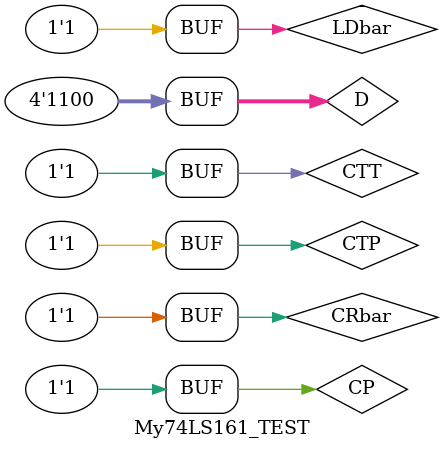
<source format=v>
`timescale 1ns / 1ps


module My74LS161_TEST;

	// Inputs
	reg CRbar;
	reg LDbar;
	reg CTP;
	reg CTT;
	reg CP;
	reg [3:0] D;

	// Outputs
	wire [3:0] Q;

	// Instantiate the Unit Under Test (UUT)
	My74LS161 uut (
		.CRbar(CRbar), 
		.LDbar(LDbar), 
		.CTP(CTP), 
		.CTT(CTT), 
		.CP(CP), 
		.D(D), 
		.Q(Q)
	);

	initial begin
		// Initialize Inputs
		CRbar = 0;
		LDbar = 0;
		CTP = 0;
		CTT = 0;
		CP = 0;
		D = 0;

		// Wait 100 ns for global reset to finish
		#100;
        
		// Add stimulus here
		CRbar = 1;
		LDbar = 1;
		D = 4'b1100;
		CTT = 0;
		CTP = 0;

		#30 CRbar = 0;
		#20 CRbar = 1;
		#10 LDbar = 0;
		#30 CTT = 1;
		CTP = 1;
		#10 LDbar = 1;

		#510;
		CRbar = 0;
		#20 CRbar = 1;
		#500;


	end
	
always begin
	CP = 0; #20;
	CP = 1; #20;
end
      
endmodule


</source>
